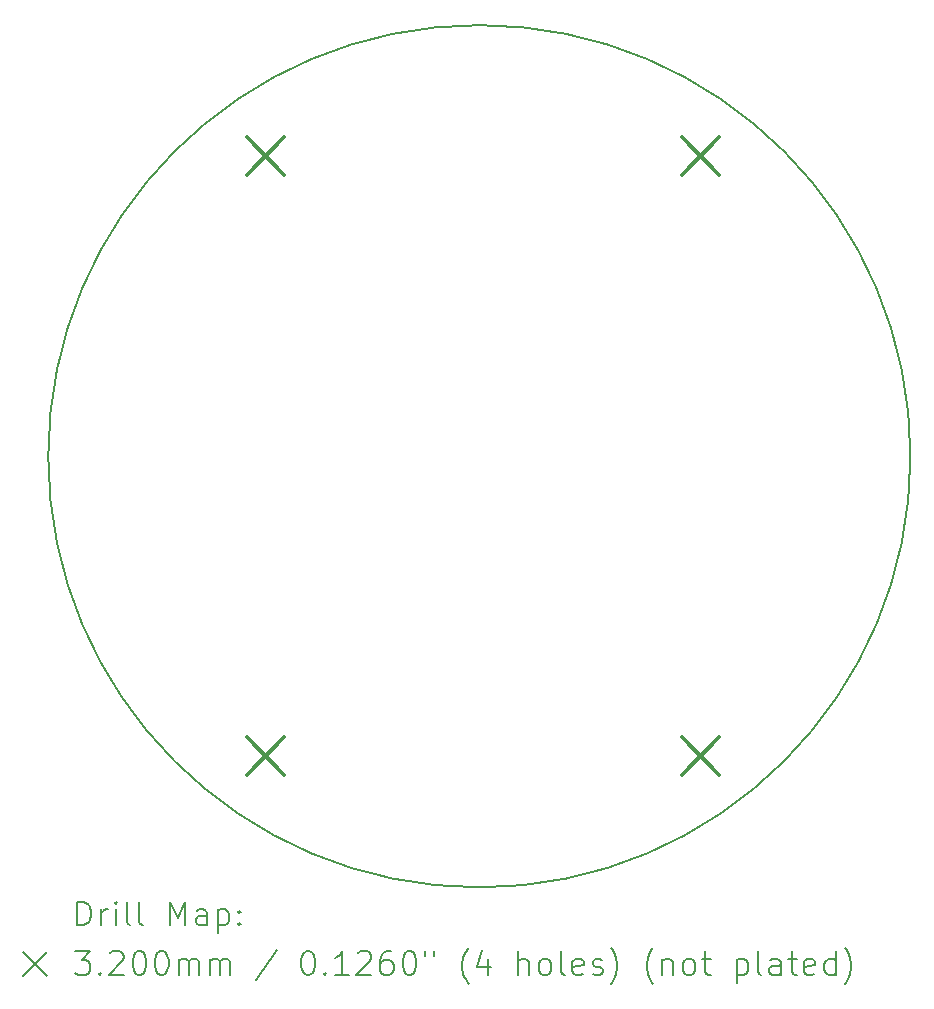
<source format=gbr>
%TF.GenerationSoftware,KiCad,Pcbnew,(6.0.8)*%
%TF.CreationDate,2023-03-06T23:42:04-08:00*%
%TF.ProjectId,ATP_Teensy,4154505f-5465-4656-9e73-792e6b696361,rev?*%
%TF.SameCoordinates,Original*%
%TF.FileFunction,Drillmap*%
%TF.FilePolarity,Positive*%
%FSLAX45Y45*%
G04 Gerber Fmt 4.5, Leading zero omitted, Abs format (unit mm)*
G04 Created by KiCad (PCBNEW (6.0.8)) date 2023-03-06 23:42:04*
%MOMM*%
%LPD*%
G01*
G04 APERTURE LIST*
%ADD10C,0.200000*%
%ADD11C,0.320000*%
G04 APERTURE END LIST*
D10*
X18923000Y-9906000D02*
G75*
G03*
X18923000Y-9906000I-3650000J0D01*
G01*
D11*
X13302000Y-7206000D02*
X13622000Y-7526000D01*
X13622000Y-7206000D02*
X13302000Y-7526000D01*
X13302000Y-12286000D02*
X13622000Y-12606000D01*
X13622000Y-12286000D02*
X13302000Y-12606000D01*
X16985000Y-7206000D02*
X17305000Y-7526000D01*
X17305000Y-7206000D02*
X16985000Y-7526000D01*
X16985000Y-12286000D02*
X17305000Y-12606000D01*
X17305000Y-12286000D02*
X16985000Y-12606000D01*
D10*
X11870619Y-13876476D02*
X11870619Y-13676476D01*
X11918238Y-13676476D01*
X11946809Y-13686000D01*
X11965857Y-13705048D01*
X11975381Y-13724095D01*
X11984905Y-13762190D01*
X11984905Y-13790762D01*
X11975381Y-13828857D01*
X11965857Y-13847905D01*
X11946809Y-13866952D01*
X11918238Y-13876476D01*
X11870619Y-13876476D01*
X12070619Y-13876476D02*
X12070619Y-13743143D01*
X12070619Y-13781238D02*
X12080143Y-13762190D01*
X12089667Y-13752667D01*
X12108714Y-13743143D01*
X12127762Y-13743143D01*
X12194428Y-13876476D02*
X12194428Y-13743143D01*
X12194428Y-13676476D02*
X12184905Y-13686000D01*
X12194428Y-13695524D01*
X12203952Y-13686000D01*
X12194428Y-13676476D01*
X12194428Y-13695524D01*
X12318238Y-13876476D02*
X12299190Y-13866952D01*
X12289667Y-13847905D01*
X12289667Y-13676476D01*
X12423000Y-13876476D02*
X12403952Y-13866952D01*
X12394428Y-13847905D01*
X12394428Y-13676476D01*
X12651571Y-13876476D02*
X12651571Y-13676476D01*
X12718238Y-13819333D01*
X12784905Y-13676476D01*
X12784905Y-13876476D01*
X12965857Y-13876476D02*
X12965857Y-13771714D01*
X12956333Y-13752667D01*
X12937286Y-13743143D01*
X12899190Y-13743143D01*
X12880143Y-13752667D01*
X12965857Y-13866952D02*
X12946809Y-13876476D01*
X12899190Y-13876476D01*
X12880143Y-13866952D01*
X12870619Y-13847905D01*
X12870619Y-13828857D01*
X12880143Y-13809809D01*
X12899190Y-13800286D01*
X12946809Y-13800286D01*
X12965857Y-13790762D01*
X13061095Y-13743143D02*
X13061095Y-13943143D01*
X13061095Y-13752667D02*
X13080143Y-13743143D01*
X13118238Y-13743143D01*
X13137286Y-13752667D01*
X13146809Y-13762190D01*
X13156333Y-13781238D01*
X13156333Y-13838381D01*
X13146809Y-13857428D01*
X13137286Y-13866952D01*
X13118238Y-13876476D01*
X13080143Y-13876476D01*
X13061095Y-13866952D01*
X13242048Y-13857428D02*
X13251571Y-13866952D01*
X13242048Y-13876476D01*
X13232524Y-13866952D01*
X13242048Y-13857428D01*
X13242048Y-13876476D01*
X13242048Y-13752667D02*
X13251571Y-13762190D01*
X13242048Y-13771714D01*
X13232524Y-13762190D01*
X13242048Y-13752667D01*
X13242048Y-13771714D01*
X11413000Y-14106000D02*
X11613000Y-14306000D01*
X11613000Y-14106000D02*
X11413000Y-14306000D01*
X11851571Y-14096476D02*
X11975381Y-14096476D01*
X11908714Y-14172667D01*
X11937286Y-14172667D01*
X11956333Y-14182190D01*
X11965857Y-14191714D01*
X11975381Y-14210762D01*
X11975381Y-14258381D01*
X11965857Y-14277428D01*
X11956333Y-14286952D01*
X11937286Y-14296476D01*
X11880143Y-14296476D01*
X11861095Y-14286952D01*
X11851571Y-14277428D01*
X12061095Y-14277428D02*
X12070619Y-14286952D01*
X12061095Y-14296476D01*
X12051571Y-14286952D01*
X12061095Y-14277428D01*
X12061095Y-14296476D01*
X12146809Y-14115524D02*
X12156333Y-14106000D01*
X12175381Y-14096476D01*
X12223000Y-14096476D01*
X12242048Y-14106000D01*
X12251571Y-14115524D01*
X12261095Y-14134571D01*
X12261095Y-14153619D01*
X12251571Y-14182190D01*
X12137286Y-14296476D01*
X12261095Y-14296476D01*
X12384905Y-14096476D02*
X12403952Y-14096476D01*
X12423000Y-14106000D01*
X12432524Y-14115524D01*
X12442048Y-14134571D01*
X12451571Y-14172667D01*
X12451571Y-14220286D01*
X12442048Y-14258381D01*
X12432524Y-14277428D01*
X12423000Y-14286952D01*
X12403952Y-14296476D01*
X12384905Y-14296476D01*
X12365857Y-14286952D01*
X12356333Y-14277428D01*
X12346809Y-14258381D01*
X12337286Y-14220286D01*
X12337286Y-14172667D01*
X12346809Y-14134571D01*
X12356333Y-14115524D01*
X12365857Y-14106000D01*
X12384905Y-14096476D01*
X12575381Y-14096476D02*
X12594428Y-14096476D01*
X12613476Y-14106000D01*
X12623000Y-14115524D01*
X12632524Y-14134571D01*
X12642048Y-14172667D01*
X12642048Y-14220286D01*
X12632524Y-14258381D01*
X12623000Y-14277428D01*
X12613476Y-14286952D01*
X12594428Y-14296476D01*
X12575381Y-14296476D01*
X12556333Y-14286952D01*
X12546809Y-14277428D01*
X12537286Y-14258381D01*
X12527762Y-14220286D01*
X12527762Y-14172667D01*
X12537286Y-14134571D01*
X12546809Y-14115524D01*
X12556333Y-14106000D01*
X12575381Y-14096476D01*
X12727762Y-14296476D02*
X12727762Y-14163143D01*
X12727762Y-14182190D02*
X12737286Y-14172667D01*
X12756333Y-14163143D01*
X12784905Y-14163143D01*
X12803952Y-14172667D01*
X12813476Y-14191714D01*
X12813476Y-14296476D01*
X12813476Y-14191714D02*
X12823000Y-14172667D01*
X12842048Y-14163143D01*
X12870619Y-14163143D01*
X12889667Y-14172667D01*
X12899190Y-14191714D01*
X12899190Y-14296476D01*
X12994428Y-14296476D02*
X12994428Y-14163143D01*
X12994428Y-14182190D02*
X13003952Y-14172667D01*
X13023000Y-14163143D01*
X13051571Y-14163143D01*
X13070619Y-14172667D01*
X13080143Y-14191714D01*
X13080143Y-14296476D01*
X13080143Y-14191714D02*
X13089667Y-14172667D01*
X13108714Y-14163143D01*
X13137286Y-14163143D01*
X13156333Y-14172667D01*
X13165857Y-14191714D01*
X13165857Y-14296476D01*
X13556333Y-14086952D02*
X13384905Y-14344095D01*
X13813476Y-14096476D02*
X13832524Y-14096476D01*
X13851571Y-14106000D01*
X13861095Y-14115524D01*
X13870619Y-14134571D01*
X13880143Y-14172667D01*
X13880143Y-14220286D01*
X13870619Y-14258381D01*
X13861095Y-14277428D01*
X13851571Y-14286952D01*
X13832524Y-14296476D01*
X13813476Y-14296476D01*
X13794428Y-14286952D01*
X13784905Y-14277428D01*
X13775381Y-14258381D01*
X13765857Y-14220286D01*
X13765857Y-14172667D01*
X13775381Y-14134571D01*
X13784905Y-14115524D01*
X13794428Y-14106000D01*
X13813476Y-14096476D01*
X13965857Y-14277428D02*
X13975381Y-14286952D01*
X13965857Y-14296476D01*
X13956333Y-14286952D01*
X13965857Y-14277428D01*
X13965857Y-14296476D01*
X14165857Y-14296476D02*
X14051571Y-14296476D01*
X14108714Y-14296476D02*
X14108714Y-14096476D01*
X14089667Y-14125048D01*
X14070619Y-14144095D01*
X14051571Y-14153619D01*
X14242048Y-14115524D02*
X14251571Y-14106000D01*
X14270619Y-14096476D01*
X14318238Y-14096476D01*
X14337286Y-14106000D01*
X14346809Y-14115524D01*
X14356333Y-14134571D01*
X14356333Y-14153619D01*
X14346809Y-14182190D01*
X14232524Y-14296476D01*
X14356333Y-14296476D01*
X14527762Y-14096476D02*
X14489667Y-14096476D01*
X14470619Y-14106000D01*
X14461095Y-14115524D01*
X14442048Y-14144095D01*
X14432524Y-14182190D01*
X14432524Y-14258381D01*
X14442048Y-14277428D01*
X14451571Y-14286952D01*
X14470619Y-14296476D01*
X14508714Y-14296476D01*
X14527762Y-14286952D01*
X14537286Y-14277428D01*
X14546809Y-14258381D01*
X14546809Y-14210762D01*
X14537286Y-14191714D01*
X14527762Y-14182190D01*
X14508714Y-14172667D01*
X14470619Y-14172667D01*
X14451571Y-14182190D01*
X14442048Y-14191714D01*
X14432524Y-14210762D01*
X14670619Y-14096476D02*
X14689667Y-14096476D01*
X14708714Y-14106000D01*
X14718238Y-14115524D01*
X14727762Y-14134571D01*
X14737286Y-14172667D01*
X14737286Y-14220286D01*
X14727762Y-14258381D01*
X14718238Y-14277428D01*
X14708714Y-14286952D01*
X14689667Y-14296476D01*
X14670619Y-14296476D01*
X14651571Y-14286952D01*
X14642048Y-14277428D01*
X14632524Y-14258381D01*
X14623000Y-14220286D01*
X14623000Y-14172667D01*
X14632524Y-14134571D01*
X14642048Y-14115524D01*
X14651571Y-14106000D01*
X14670619Y-14096476D01*
X14813476Y-14096476D02*
X14813476Y-14134571D01*
X14889667Y-14096476D02*
X14889667Y-14134571D01*
X15184905Y-14372667D02*
X15175381Y-14363143D01*
X15156333Y-14334571D01*
X15146809Y-14315524D01*
X15137286Y-14286952D01*
X15127762Y-14239333D01*
X15127762Y-14201238D01*
X15137286Y-14153619D01*
X15146809Y-14125048D01*
X15156333Y-14106000D01*
X15175381Y-14077428D01*
X15184905Y-14067905D01*
X15346809Y-14163143D02*
X15346809Y-14296476D01*
X15299190Y-14086952D02*
X15251571Y-14229809D01*
X15375381Y-14229809D01*
X15603952Y-14296476D02*
X15603952Y-14096476D01*
X15689667Y-14296476D02*
X15689667Y-14191714D01*
X15680143Y-14172667D01*
X15661095Y-14163143D01*
X15632524Y-14163143D01*
X15613476Y-14172667D01*
X15603952Y-14182190D01*
X15813476Y-14296476D02*
X15794428Y-14286952D01*
X15784905Y-14277428D01*
X15775381Y-14258381D01*
X15775381Y-14201238D01*
X15784905Y-14182190D01*
X15794428Y-14172667D01*
X15813476Y-14163143D01*
X15842048Y-14163143D01*
X15861095Y-14172667D01*
X15870619Y-14182190D01*
X15880143Y-14201238D01*
X15880143Y-14258381D01*
X15870619Y-14277428D01*
X15861095Y-14286952D01*
X15842048Y-14296476D01*
X15813476Y-14296476D01*
X15994428Y-14296476D02*
X15975381Y-14286952D01*
X15965857Y-14267905D01*
X15965857Y-14096476D01*
X16146809Y-14286952D02*
X16127762Y-14296476D01*
X16089667Y-14296476D01*
X16070619Y-14286952D01*
X16061095Y-14267905D01*
X16061095Y-14191714D01*
X16070619Y-14172667D01*
X16089667Y-14163143D01*
X16127762Y-14163143D01*
X16146809Y-14172667D01*
X16156333Y-14191714D01*
X16156333Y-14210762D01*
X16061095Y-14229809D01*
X16232524Y-14286952D02*
X16251571Y-14296476D01*
X16289667Y-14296476D01*
X16308714Y-14286952D01*
X16318238Y-14267905D01*
X16318238Y-14258381D01*
X16308714Y-14239333D01*
X16289667Y-14229809D01*
X16261095Y-14229809D01*
X16242048Y-14220286D01*
X16232524Y-14201238D01*
X16232524Y-14191714D01*
X16242048Y-14172667D01*
X16261095Y-14163143D01*
X16289667Y-14163143D01*
X16308714Y-14172667D01*
X16384905Y-14372667D02*
X16394428Y-14363143D01*
X16413476Y-14334571D01*
X16423000Y-14315524D01*
X16432524Y-14286952D01*
X16442048Y-14239333D01*
X16442048Y-14201238D01*
X16432524Y-14153619D01*
X16423000Y-14125048D01*
X16413476Y-14106000D01*
X16394428Y-14077428D01*
X16384905Y-14067905D01*
X16746809Y-14372667D02*
X16737286Y-14363143D01*
X16718238Y-14334571D01*
X16708714Y-14315524D01*
X16699190Y-14286952D01*
X16689667Y-14239333D01*
X16689667Y-14201238D01*
X16699190Y-14153619D01*
X16708714Y-14125048D01*
X16718238Y-14106000D01*
X16737286Y-14077428D01*
X16746809Y-14067905D01*
X16823000Y-14163143D02*
X16823000Y-14296476D01*
X16823000Y-14182190D02*
X16832524Y-14172667D01*
X16851571Y-14163143D01*
X16880143Y-14163143D01*
X16899190Y-14172667D01*
X16908714Y-14191714D01*
X16908714Y-14296476D01*
X17032524Y-14296476D02*
X17013476Y-14286952D01*
X17003952Y-14277428D01*
X16994429Y-14258381D01*
X16994429Y-14201238D01*
X17003952Y-14182190D01*
X17013476Y-14172667D01*
X17032524Y-14163143D01*
X17061095Y-14163143D01*
X17080143Y-14172667D01*
X17089667Y-14182190D01*
X17099190Y-14201238D01*
X17099190Y-14258381D01*
X17089667Y-14277428D01*
X17080143Y-14286952D01*
X17061095Y-14296476D01*
X17032524Y-14296476D01*
X17156333Y-14163143D02*
X17232524Y-14163143D01*
X17184905Y-14096476D02*
X17184905Y-14267905D01*
X17194429Y-14286952D01*
X17213476Y-14296476D01*
X17232524Y-14296476D01*
X17451571Y-14163143D02*
X17451571Y-14363143D01*
X17451571Y-14172667D02*
X17470619Y-14163143D01*
X17508714Y-14163143D01*
X17527762Y-14172667D01*
X17537286Y-14182190D01*
X17546810Y-14201238D01*
X17546810Y-14258381D01*
X17537286Y-14277428D01*
X17527762Y-14286952D01*
X17508714Y-14296476D01*
X17470619Y-14296476D01*
X17451571Y-14286952D01*
X17661095Y-14296476D02*
X17642048Y-14286952D01*
X17632524Y-14267905D01*
X17632524Y-14096476D01*
X17823000Y-14296476D02*
X17823000Y-14191714D01*
X17813476Y-14172667D01*
X17794429Y-14163143D01*
X17756333Y-14163143D01*
X17737286Y-14172667D01*
X17823000Y-14286952D02*
X17803952Y-14296476D01*
X17756333Y-14296476D01*
X17737286Y-14286952D01*
X17727762Y-14267905D01*
X17727762Y-14248857D01*
X17737286Y-14229809D01*
X17756333Y-14220286D01*
X17803952Y-14220286D01*
X17823000Y-14210762D01*
X17889667Y-14163143D02*
X17965857Y-14163143D01*
X17918238Y-14096476D02*
X17918238Y-14267905D01*
X17927762Y-14286952D01*
X17946810Y-14296476D01*
X17965857Y-14296476D01*
X18108714Y-14286952D02*
X18089667Y-14296476D01*
X18051571Y-14296476D01*
X18032524Y-14286952D01*
X18023000Y-14267905D01*
X18023000Y-14191714D01*
X18032524Y-14172667D01*
X18051571Y-14163143D01*
X18089667Y-14163143D01*
X18108714Y-14172667D01*
X18118238Y-14191714D01*
X18118238Y-14210762D01*
X18023000Y-14229809D01*
X18289667Y-14296476D02*
X18289667Y-14096476D01*
X18289667Y-14286952D02*
X18270619Y-14296476D01*
X18232524Y-14296476D01*
X18213476Y-14286952D01*
X18203952Y-14277428D01*
X18194429Y-14258381D01*
X18194429Y-14201238D01*
X18203952Y-14182190D01*
X18213476Y-14172667D01*
X18232524Y-14163143D01*
X18270619Y-14163143D01*
X18289667Y-14172667D01*
X18365857Y-14372667D02*
X18375381Y-14363143D01*
X18394429Y-14334571D01*
X18403952Y-14315524D01*
X18413476Y-14286952D01*
X18423000Y-14239333D01*
X18423000Y-14201238D01*
X18413476Y-14153619D01*
X18403952Y-14125048D01*
X18394429Y-14106000D01*
X18375381Y-14077428D01*
X18365857Y-14067905D01*
M02*

</source>
